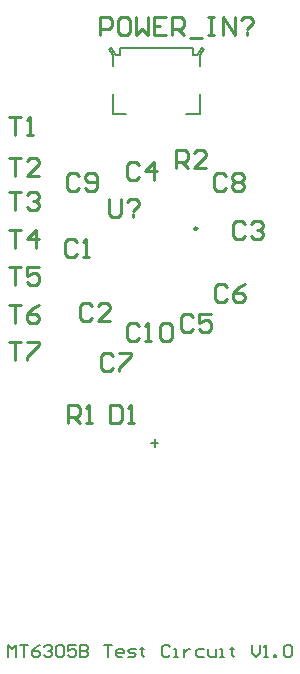
<source format=gto>
G04*
G04 #@! TF.GenerationSoftware,Altium Limited,Altium Designer,20.0.9 (164)*
G04*
G04 Layer_Color=65535*
%FSLAX25Y25*%
%MOIN*%
G70*
G01*
G75*
%ADD10C,0.00984*%
%ADD11C,0.00591*%
%ADD12C,0.01000*%
%ADD13C,0.00500*%
%ADD14C,0.00800*%
D10*
X166693Y262717D02*
G03*
X166693Y262717I-492J0D01*
G01*
D11*
X165285Y320610D02*
X166663D01*
X165285D02*
Y322972D01*
X139498Y320610D02*
X140876D01*
Y322972D01*
X165285D01*
X168140D02*
X168829Y322480D01*
X166663Y320610D02*
X168140Y322972D01*
X167648Y320610D02*
X168829Y322480D01*
X137333D02*
X138514Y320610D01*
X138022Y322972D02*
X139498Y320610D01*
X137333Y322480D02*
X138022Y322972D01*
X167648Y300925D02*
Y307421D01*
Y316870D02*
Y320610D01*
X138514Y316870D02*
Y320610D01*
Y300925D02*
Y307421D01*
X163120Y300925D02*
X167648D01*
X138514D02*
X143041D01*
D12*
X182699Y264398D02*
X181699Y265398D01*
X179700D01*
X178700Y264398D01*
Y260400D01*
X179700Y259400D01*
X181699D01*
X182699Y260400D01*
X184698Y264398D02*
X185698Y265398D01*
X187697D01*
X188697Y264398D01*
Y263399D01*
X187697Y262399D01*
X186697D01*
X187697D01*
X188697Y261399D01*
Y260400D01*
X187697Y259400D01*
X185698D01*
X184698Y260400D01*
X176500Y243249D02*
X175501Y244249D01*
X173501D01*
X172502Y243249D01*
Y239251D01*
X173501Y238251D01*
X175501D01*
X176500Y239251D01*
X182498Y244249D02*
X180499Y243249D01*
X178500Y241250D01*
Y239251D01*
X179499Y238251D01*
X181499D01*
X182498Y239251D01*
Y240250D01*
X181499Y241250D01*
X178500D01*
X147399Y284048D02*
X146399Y285048D01*
X144400D01*
X143400Y284048D01*
Y280050D01*
X144400Y279050D01*
X146399D01*
X147399Y280050D01*
X152397Y279050D02*
Y285048D01*
X149398Y282049D01*
X153397D01*
X126499Y258148D02*
X125499Y259148D01*
X123500D01*
X122500Y258148D01*
Y254150D01*
X123500Y253150D01*
X125499D01*
X126499Y254150D01*
X128498Y253150D02*
X130497D01*
X129498D01*
Y259148D01*
X128498Y258148D01*
X131499Y236898D02*
X130499Y237898D01*
X128500D01*
X127500Y236898D01*
Y232900D01*
X128500Y231900D01*
X130499D01*
X131499Y232900D01*
X137497Y231900D02*
X133498D01*
X137497Y235899D01*
Y236898D01*
X136497Y237898D01*
X134498D01*
X133498Y236898D01*
X147399Y230248D02*
X146399Y231248D01*
X144400D01*
X143400Y230248D01*
Y226250D01*
X144400Y225250D01*
X146399D01*
X147399Y226250D01*
X149398Y225250D02*
X151397D01*
X150398D01*
Y231248D01*
X149398Y230248D01*
X154396D02*
X155396Y231248D01*
X157396D01*
X158395Y230248D01*
Y226250D01*
X157396Y225250D01*
X155396D01*
X154396Y226250D01*
Y230248D01*
X165199Y233148D02*
X164199Y234148D01*
X162200D01*
X161200Y233148D01*
Y229150D01*
X162200Y228150D01*
X164199D01*
X165199Y229150D01*
X171197Y234148D02*
X167198D01*
Y231149D01*
X169197Y232149D01*
X170197D01*
X171197Y231149D01*
Y229150D01*
X170197Y228150D01*
X168198D01*
X167198Y229150D01*
X137250Y272698D02*
Y267700D01*
X138250Y266700D01*
X140249D01*
X141249Y267700D01*
Y272698D01*
X143248Y271698D02*
X144248Y272698D01*
X146247D01*
X147247Y271698D01*
Y270699D01*
X145247Y268699D01*
Y267700D02*
Y266700D01*
X103900Y224848D02*
X107899D01*
X105899D01*
Y218850D01*
X109898Y224848D02*
X113897D01*
Y223848D01*
X109898Y219850D01*
Y218850D01*
X103900Y237348D02*
X107899D01*
X105899D01*
Y231350D01*
X113897Y237348D02*
X111897Y236348D01*
X109898Y234349D01*
Y232350D01*
X110898Y231350D01*
X112897D01*
X113897Y232350D01*
Y233349D01*
X112897Y234349D01*
X109898D01*
X103900Y249848D02*
X107899D01*
X105899D01*
Y243850D01*
X113897Y249848D02*
X109898D01*
Y246849D01*
X111897Y247849D01*
X112897D01*
X113897Y246849D01*
Y244850D01*
X112897Y243850D01*
X110898D01*
X109898Y244850D01*
X103900Y262348D02*
X107899D01*
X105899D01*
Y256350D01*
X112897D02*
Y262348D01*
X109898Y259349D01*
X113897D01*
X103900Y274848D02*
X107899D01*
X105899D01*
Y268850D01*
X109898Y273848D02*
X110898Y274848D01*
X112897D01*
X113897Y273848D01*
Y272849D01*
X112897Y271849D01*
X111897D01*
X112897D01*
X113897Y270849D01*
Y269850D01*
X112897Y268850D01*
X110898D01*
X109898Y269850D01*
X103900Y286098D02*
X107899D01*
X105899D01*
Y280100D01*
X113897D02*
X109898D01*
X113897Y284099D01*
Y285098D01*
X112897Y286098D01*
X110898D01*
X109898Y285098D01*
X103900Y299848D02*
X107899D01*
X105899D01*
Y293850D01*
X109898D02*
X111897D01*
X110898D01*
Y299848D01*
X109898Y298848D01*
X159750Y282900D02*
Y288898D01*
X162749D01*
X163749Y287898D01*
Y285899D01*
X162749Y284899D01*
X159750D01*
X161749D02*
X163749Y282900D01*
X169747D02*
X165748D01*
X169747Y286899D01*
Y287898D01*
X168747Y288898D01*
X166748D01*
X165748Y287898D01*
X137600Y203748D02*
Y197750D01*
X140599D01*
X141599Y198750D01*
Y202748D01*
X140599Y203748D01*
X137600D01*
X143598Y197750D02*
X145597D01*
X144598D01*
Y203748D01*
X143598Y202748D01*
X123500Y197900D02*
Y203898D01*
X126499D01*
X127499Y202898D01*
Y200899D01*
X126499Y199899D01*
X123500D01*
X125499D02*
X127499Y197900D01*
X129498D02*
X131497D01*
X130498D01*
Y203898D01*
X129498Y202898D01*
X127399Y280298D02*
X126399Y281298D01*
X124400D01*
X123400Y280298D01*
Y276300D01*
X124400Y275300D01*
X126399D01*
X127399Y276300D01*
X129398D02*
X130398Y275300D01*
X132397D01*
X133397Y276300D01*
Y280298D01*
X132397Y281298D01*
X130398D01*
X129398Y280298D01*
Y279299D01*
X130398Y278299D01*
X133397D01*
X176149Y280298D02*
X175149Y281298D01*
X173150D01*
X172150Y280298D01*
Y276300D01*
X173150Y275300D01*
X175149D01*
X176149Y276300D01*
X178148Y280298D02*
X179148Y281298D01*
X181147D01*
X182147Y280298D01*
Y279299D01*
X181147Y278299D01*
X182147Y277299D01*
Y276300D01*
X181147Y275300D01*
X179148D01*
X178148Y276300D01*
Y277299D01*
X179148Y278299D01*
X178148Y279299D01*
Y280298D01*
X179148Y278299D02*
X181147D01*
X138649Y220298D02*
X137649Y221298D01*
X135650D01*
X134650Y220298D01*
Y216300D01*
X135650Y215300D01*
X137649D01*
X138649Y216300D01*
X140648Y221298D02*
X144647D01*
Y220298D01*
X140648Y216300D01*
Y215300D01*
X134406Y327246D02*
Y333244D01*
X137405D01*
X138405Y332244D01*
Y330245D01*
X137405Y329245D01*
X134406D01*
X143403Y333244D02*
X141404D01*
X140404Y332244D01*
Y328245D01*
X141404Y327246D01*
X143403D01*
X144403Y328245D01*
Y332244D01*
X143403Y333244D01*
X146402D02*
Y327246D01*
X148402Y329245D01*
X150401Y327246D01*
Y333244D01*
X156399D02*
X152401D01*
Y327246D01*
X156399D01*
X152401Y330245D02*
X154400D01*
X158398Y327246D02*
Y333244D01*
X161398D01*
X162397Y332244D01*
Y330245D01*
X161398Y329245D01*
X158398D01*
X160398D02*
X162397Y327246D01*
X164397Y326246D02*
X168395D01*
X170395Y333244D02*
X172394D01*
X171394D01*
Y327246D01*
X170395D01*
X172394D01*
X175393D02*
Y333244D01*
X179392Y327246D01*
Y333244D01*
X181391Y332244D02*
X182391Y333244D01*
X184390D01*
X185390Y332244D01*
Y331244D01*
X183390Y329245D01*
Y328245D02*
Y327246D01*
D13*
X151218Y191354D02*
X153789D01*
X152504Y190069D02*
Y192640D01*
D14*
X103750Y120000D02*
Y123999D01*
X105083Y122666D01*
X106416Y123999D01*
Y120000D01*
X107749Y123999D02*
X110415D01*
X109082D01*
Y120000D01*
X114413Y123999D02*
X113080Y123332D01*
X111747Y121999D01*
Y120667D01*
X112414Y120000D01*
X113747D01*
X114413Y120667D01*
Y121333D01*
X113747Y121999D01*
X111747D01*
X115746Y123332D02*
X116413Y123999D01*
X117745D01*
X118412Y123332D01*
Y122666D01*
X117745Y121999D01*
X117079D01*
X117745D01*
X118412Y121333D01*
Y120667D01*
X117745Y120000D01*
X116413D01*
X115746Y120667D01*
X119745Y123332D02*
X120411Y123999D01*
X121744D01*
X122411Y123332D01*
Y120667D01*
X121744Y120000D01*
X120411D01*
X119745Y120667D01*
Y123332D01*
X126409Y123999D02*
X123744D01*
Y121999D01*
X125076Y122666D01*
X125743D01*
X126409Y121999D01*
Y120667D01*
X125743Y120000D01*
X124410D01*
X123744Y120667D01*
X127742Y123999D02*
Y120000D01*
X129742D01*
X130408Y120667D01*
Y121333D01*
X129742Y121999D01*
X127742D01*
X129742D01*
X130408Y122666D01*
Y123332D01*
X129742Y123999D01*
X127742D01*
X135740D02*
X138406D01*
X137073D01*
Y120000D01*
X141738D02*
X140405D01*
X139738Y120667D01*
Y121999D01*
X140405Y122666D01*
X141738D01*
X142404Y121999D01*
Y121333D01*
X139738D01*
X143737Y120000D02*
X145736D01*
X146403Y120667D01*
X145736Y121333D01*
X144404D01*
X143737Y121999D01*
X144404Y122666D01*
X146403D01*
X148402Y123332D02*
Y122666D01*
X147736D01*
X149069D01*
X148402D01*
Y120667D01*
X149069Y120000D01*
X157733Y123332D02*
X157066Y123999D01*
X155733D01*
X155067Y123332D01*
Y120667D01*
X155733Y120000D01*
X157066D01*
X157733Y120667D01*
X159065Y120000D02*
X160398D01*
X159732D01*
Y122666D01*
X159065D01*
X162398D02*
Y120000D01*
Y121333D01*
X163064Y121999D01*
X163731Y122666D01*
X164397D01*
X169062D02*
X167063D01*
X166396Y121999D01*
Y120667D01*
X167063Y120000D01*
X169062D01*
X170395Y122666D02*
Y120667D01*
X171062Y120000D01*
X173061D01*
Y122666D01*
X174394Y120000D02*
X175727D01*
X175060D01*
Y122666D01*
X174394D01*
X178393Y123332D02*
Y122666D01*
X177726D01*
X179059D01*
X178393D01*
Y120667D01*
X179059Y120000D01*
X185057Y123999D02*
Y121333D01*
X186390Y120000D01*
X187723Y121333D01*
Y123999D01*
X189056Y120000D02*
X190389D01*
X189722D01*
Y123999D01*
X189056Y123332D01*
X192388Y120000D02*
Y120667D01*
X193054D01*
Y120000D01*
X192388D01*
X195720Y123332D02*
X196387Y123999D01*
X197720D01*
X198386Y123332D01*
Y120667D01*
X197720Y120000D01*
X196387D01*
X195720Y120667D01*
Y123332D01*
M02*

</source>
